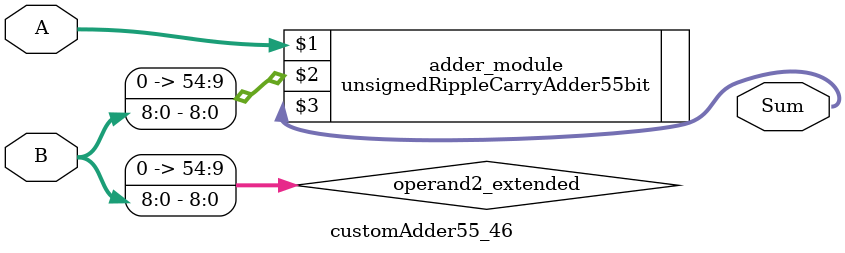
<source format=v>
module customAdder55_46(
                        input [54 : 0] A,
                        input [8 : 0] B,
                        
                        output [55 : 0] Sum
                );

        wire [54 : 0] operand2_extended;
        
        assign operand2_extended =  {46'b0, B};
        
        unsignedRippleCarryAdder55bit adder_module(
            A,
            operand2_extended,
            Sum
        );
        
        endmodule
        
</source>
